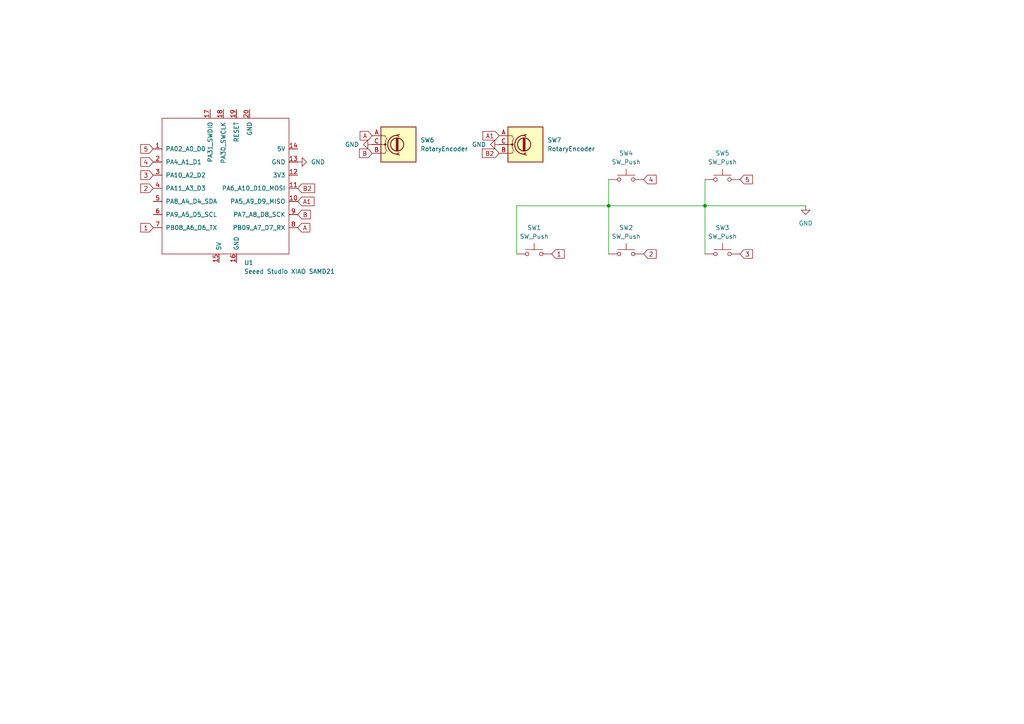
<source format=kicad_sch>
(kicad_sch (version 20231120) (generator "eeschema") (generator_version "8.0")
  (paper "A4")
  (lib_symbols
    (symbol "Device:RotaryEncoder" (pin_names (offset 0.254) hide)
      (property "Reference" "SW" (at 0 6.604 0))
      (property "Value" "RotaryEncoder" (at 0 -6.604 0))
      (symbol "RotaryEncoder_0_1"
        (rectangle (start -5.08 5.08) (end 5.08 -5.08) (stroke (width 0.254)) (fill (type background)))
        (circle (center -3.81 0) (radius 0.254) (fill (type outline)))
        (circle (center -0.381 0) (radius 1.905) (stroke (width 0.254)))
        (arc (start -0.381 2.667) (mid -3.0988 -0.0635) (end -0.381 -2.794) (stroke (width 0.254)))
        (polyline (pts (xy -0.635 -1.778) (xy -0.635 1.778)) (stroke (width 0.254)))
        (polyline (pts (xy -0.381 -1.778) (xy -0.381 1.778)) (stroke (width 0.254)))
        (polyline (pts (xy -0.127 1.778) (xy -0.127 -1.778)) (stroke (width 0.254)))
        (polyline (pts (xy -5.08 -2.54) (xy -3.81 -2.54) (xy -3.81 -2.032)))
        (polyline (pts (xy -5.08 2.54) (xy -3.81 2.54) (xy -3.81 2.032)))
        (polyline (pts (xy 0.254 -3.048) (xy -0.508 -2.794) (xy 0.127 -2.413)) (stroke (width 0.254)))
        (polyline (pts (xy 0.254 2.921) (xy -0.508 2.667) (xy 0.127 2.286)) (stroke (width 0.254)))
        (polyline (pts (xy -5.08 0) (xy -3.81 0) (xy -3.81 -1.016) (xy -3.302 -2.032)))
        (polyline (pts (xy -4.318 0) (xy -3.81 0) (xy -3.81 1.016) (xy -3.302 2.032)))
      )
      (symbol "RotaryEncoder_1_1"
        (pin passive line (at -7.62 2.54 0) (length 2.54) (name "A") (number "A"))
        (pin passive line (at -7.62 -2.54 0) (length 2.54) (name "B") (number "B"))
        (pin passive line (at -7.62 0 0) (length 2.54) (name "C") (number "C"))
      )
    )
    (symbol "Seeed_Studio_XIAO_Series:Seeed Studio XIAO SAMD21" (pin_names (offset 1.016))
      (property "Reference" "U" (at -19.05 22.86 0))
      (property "Value" "Seeed Studio XIAO SAMD21" (at -12.7 21.59 0))
      (symbol "Seeed Studio XIAO SAMD21_0_1"
        (rectangle (start -19.05 20.32) (end 17.78 -19.05))
      )
      (symbol "Seeed Studio XIAO SAMD21_1_1"
        (pin unspecified line (at -21.59 11.43 0) (length 2.54) (name "PA02_A0_D0") (number "1"))
        (pin unspecified line (at 20.32 -3.81 180) (length 2.54) (name "PA5_A9_D9_MISO") (number "10"))
        (pin unspecified line (at 20.32 0 180) (length 2.54) (name "PA6_A10_D10_MOSI") (number "11"))
        (pin unspecified line (at 20.32 3.81 180) (length 2.54) (name "3V3") (number "12"))
        (pin unspecified line (at 20.32 7.62 180) (length 2.54) (name "GND") (number "13"))
        (pin unspecified line (at 20.32 11.43 180) (length 2.54) (name "5V") (number "14"))
        (pin input line (at -2.54 -21.59 90) (length 2.54) (name "5V") (number "15"))
        (pin input line (at 2.54 -21.59 90) (length 2.54) (name "GND") (number "16"))
        (pin input line (at -5.08 22.86 270) (length 2.54) (name "PA31_SWDIO") (number "17"))
        (pin input line (at -1.27 22.86 270) (length 2.54) (name "PA30_SWCLK") (number "18"))
        (pin input line (at 2.54 22.86 270) (length 2.54) (name "RESET") (number "19"))
        (pin unspecified line (at -21.59 7.62 0) (length 2.54) (name "PA4_A1_D1") (number "2"))
        (pin input line (at 6.35 22.86 270) (length 2.54) (name "GND") (number "20"))
        (pin unspecified line (at -21.59 3.81 0) (length 2.54) (name "PA10_A2_D2") (number "3"))
        (pin unspecified line (at -21.59 0 0) (length 2.54) (name "PA11_A3_D3") (number "4"))
        (pin unspecified line (at -21.59 -3.81 0) (length 2.54) (name "PA8_A4_D4_SDA") (number "5"))
        (pin unspecified line (at -21.59 -7.62 0) (length 2.54) (name "PA9_A5_D5_SCL") (number "6"))
        (pin unspecified line (at -21.59 -11.43 0) (length 2.54) (name "PB08_A6_D6_TX") (number "7"))
        (pin unspecified line (at 20.32 -11.43 180) (length 2.54) (name "PB09_A7_D7_RX") (number "8"))
        (pin unspecified line (at 20.32 -7.62 180) (length 2.54) (name "PA7_A8_D8_SCK") (number "9"))
      )
    )
    (symbol "Switch:SW_Push" (pin_numbers hide) (pin_names (offset 1.016) hide)
      (property "Reference" "SW" (at 1.27 2.54 0))
      (property "Value" "SW_Push" (at 0 -1.524 0))
      (symbol "SW_Push_0_1"
        (circle (center -2.032 0) (radius 0.508))
        (polyline (pts (xy 0 1.27) (xy 0 3.048)))
        (polyline (pts (xy 2.54 1.27) (xy -2.54 1.27)))
        (circle (center 2.032 0) (radius 0.508))
        (pin passive line (at -5.08 0 0) (length 2.54) (name "1") (number "1"))
        (pin passive line (at 5.08 0 180) (length 2.54) (name "2") (number "2"))
      )
    )
    (symbol "power:GND" (power) (pin_numbers hide) (pin_names (offset 0) hide)
      (property "Value" "GND" (at 0 -3.81 0))
      (symbol "GND_0_1"
        (polyline (pts (xy 0 0) (xy 0 -1.27) (xy 1.27 -1.27) (xy 0 -2.54) (xy -1.27 -1.27) (xy 0 -1.27)))
      )
      (symbol "GND_1_1"
        (pin power_in line (at 0 0 270) (length 0) (name "~") (number "1"))
      )
    )
  )
  (junction (at 204.47 59.69))
  (junction (at 176.53 59.69))
  (wire (pts (xy 176.53 59.69) (xy 204.47 59.69)))
  (wire (pts (xy 149.86 59.69) (xy 176.53 59.69)))
  (wire (pts (xy 176.53 52.07) (xy 176.53 59.69)))
  (wire (pts (xy 204.47 73.66) (xy 204.47 59.69)))
  (wire (pts (xy 176.53 73.66) (xy 176.53 59.69)))
  (wire (pts (xy 204.47 59.69) (xy 233.68 59.69)))
  (wire (pts (xy 204.47 52.07) (xy 204.47 59.69)))
  (wire (pts (xy 149.86 73.66) (xy 149.86 59.69)))
  (global_label "3" (shape input) (at 44.45 50.8 180) (property "Intersheetrefs" "${INTERSHEET_REFS}" (effects (hide yes))))
  (global_label "B2" (shape input) (at 144.78 44.45 180) (property "Intersheetrefs" "${INTERSHEET_REFS}" (effects (hide yes))))
  (global_label "5" (shape input) (at 44.45 43.18 180) (property "Intersheetrefs" "${INTERSHEET_REFS}" (effects (hide yes))))
  (global_label "A" (shape input) (at 86.36 66.04 0) (property "Intersheetrefs" "${INTERSHEET_REFS}" (effects (hide yes))))
  (global_label "1" (shape input) (at 44.45 66.04 180) (property "Intersheetrefs" "${INTERSHEET_REFS}" (effects (hide yes))))
  (global_label "B" (shape input) (at 107.95 44.45 180) (property "Intersheetrefs" "${INTERSHEET_REFS}" (effects (hide yes))))
  (global_label "5" (shape input) (at 214.63 52.07 0) (property "Intersheetrefs" "${INTERSHEET_REFS}" (effects (hide yes))))
  (global_label "1" (shape input) (at 160.02 73.66 0) (property "Intersheetrefs" "${INTERSHEET_REFS}" (effects (hide yes))))
  (global_label "B" (shape input) (at 86.36 62.23 0) (property "Intersheetrefs" "${INTERSHEET_REFS}" (effects (hide yes))))
  (global_label "A1" (shape input) (at 86.36 58.42 0) (property "Intersheetrefs" "${INTERSHEET_REFS}" (effects (hide yes))))
  (global_label "4" (shape input) (at 44.45 46.99 180) (property "Intersheetrefs" "${INTERSHEET_REFS}" (effects (hide yes))))
  (global_label "4" (shape input) (at 186.69 52.07 0) (property "Intersheetrefs" "${INTERSHEET_REFS}" (effects (hide yes))))
  (global_label "A1" (shape input) (at 144.78 39.37 180) (property "Intersheetrefs" "${INTERSHEET_REFS}" (effects (hide yes))))
  (global_label "3" (shape input) (at 214.63 73.66 0) (property "Intersheetrefs" "${INTERSHEET_REFS}" (effects (hide yes))))
  (global_label "A" (shape input) (at 107.95 39.37 180) (property "Intersheetrefs" "${INTERSHEET_REFS}" (effects (hide yes))))
  (global_label "2" (shape input) (at 186.69 73.66 0) (property "Intersheetrefs" "${INTERSHEET_REFS}" (effects (hide yes))))
  (global_label "B2" (shape input) (at 86.36 54.61 0) (property "Intersheetrefs" "${INTERSHEET_REFS}" (effects (hide yes))))
  (global_label "2" (shape input) (at 44.45 54.61 180) (property "Intersheetrefs" "${INTERSHEET_REFS}" (effects (hide yes))))
  (symbol (lib_id "power:GND") (at 86.36 46.99 90) (unit 1)
    (property "Reference" "#PWR04" (effects (hide yes)))
    (property "Value" "GND" (at 90.17 46.9899 90) (effects (justify right)))
    (property "Description" "Power symbol creates a global label with name \"GND\" , ground" (effects (hide yes)))
  )
  (symbol (lib_id "power:GND") (at 144.78 41.91 270) (unit 1)
    (property "Reference" "#PWR03" (effects (hide yes)))
    (property "Value" "GND" (at 140.97 41.9099 90) (effects (justify right)))
    (property "Description" "Power symbol creates a global label with name \"GND\" , ground" (effects (hide yes)))
  )
  (symbol (lib_id "Seeed_Studio_XIAO_Series:Seeed Studio XIAO SAMD21") (at 66.04 54.61 0) (unit 1)
    (property "Reference" "U1" (at 70.7741 76.2 0) (effects (justify left)))
    (property "Value" "Seeed Studio XIAO SAMD21" (at 70.7741 78.74 0) (effects (justify left)))
    (property "Footprint" "Seeed Studio XIAO Series Library:XIAO-Generic-Thruhole-14P-2.54-21X17.8MM" (effects (hide yes)))
  )
  (symbol (lib_id "Switch:SW_Push") (at 209.55 73.66 0) (unit 1)
    (property "Reference" "SW3" (at 209.55 66.04 0))
    (property "Value" "SW_Push" (at 209.55 68.58 0))
    (property "Footprint" "Button_Switch_Keyboard:SW_Cherry_MX_1.00u_PCB" (effects (hide yes)))
    (property "Description" "Push button switch, generic, two pins" (effects (hide yes)))
  )
  (symbol (lib_id "Switch:SW_Push") (at 154.94 73.66 0) (unit 1)
    (property "Reference" "SW1" (at 154.94 66.04 0))
    (property "Value" "SW_Push" (at 154.94 68.58 0))
    (property "Footprint" "Button_Switch_Keyboard:SW_Cherry_MX_1.00u_PCB" (effects (hide yes)))
    (property "Description" "Push button switch, generic, two pins" (effects (hide yes)))
  )
  (symbol (lib_id "Switch:SW_Push") (at 181.61 52.07 0) (unit 1)
    (property "Reference" "SW4" (at 181.61 44.45 0))
    (property "Value" "SW_Push" (at 181.61 46.99 0))
    (property "Footprint" "Button_Switch_Keyboard:SW_Cherry_MX_1.00u_PCB" (effects (hide yes)))
    (property "Description" "Push button switch, generic, two pins" (effects (hide yes)))
  )
  (symbol (lib_id "Device:RotaryEncoder") (at 152.4 41.91 0) (unit 1)
    (property "Reference" "SW7" (at 158.75 40.6399 0) (effects (justify left)))
    (property "Value" "RotaryEncoder" (at 158.75 43.1799 0) (effects (justify left)))
    (property "Footprint" "Rotary_Encoder:RotaryEncoder_Alps_EC11E-Switch_Vertical_H20mm" (effects (hide yes)))
    (property "Description" "Rotary encoder, dual channel, incremental quadrate outputs" (effects (hide yes)))
  )
  (symbol (lib_id "Device:RotaryEncoder") (at 115.57 41.91 0) (unit 1)
    (property "Reference" "SW6" (at 121.92 40.6399 0) (effects (justify left)))
    (property "Value" "RotaryEncoder" (at 121.92 43.1799 0) (effects (justify left)))
    (property "Footprint" "Rotary_Encoder:RotaryEncoder_Alps_EC11E-Switch_Vertical_H20mm" (effects (hide yes)))
    (property "Description" "Rotary encoder, dual channel, incremental quadrate outputs" (effects (hide yes)))
  )
  (symbol (lib_id "Switch:SW_Push") (at 209.55 52.07 0) (unit 1)
    (property "Reference" "SW5" (at 209.55 44.45 0))
    (property "Value" "SW_Push" (at 209.55 46.99 0))
    (property "Footprint" "Button_Switch_Keyboard:SW_Cherry_MX_1.00u_PCB" (effects (hide yes)))
    (property "Description" "Push button switch, generic, two pins" (effects (hide yes)))
  )
  (symbol (lib_id "Switch:SW_Push") (at 181.61 73.66 0) (unit 1)
    (property "Reference" "SW2" (at 181.61 66.04 0))
    (property "Value" "SW_Push" (at 181.61 68.58 0))
    (property "Footprint" "Button_Switch_Keyboard:SW_Cherry_MX_1.00u_PCB" (effects (hide yes)))
    (property "Description" "Push button switch, generic, two pins" (effects (hide yes)))
  )
  (symbol (lib_id "power:GND") (at 107.95 41.91 270) (unit 1)
    (property "Reference" "#PWR02" (effects (hide yes)))
    (property "Value" "GND" (at 104.14 41.9099 90) (effects (justify right)))
    (property "Description" "Power symbol creates a global label with name \"GND\" , ground" (effects (hide yes)))
  )
  (symbol (lib_id "power:GND") (at 233.68 59.69 0) (unit 1)
    (property "Reference" "#PWR01" (effects (hide yes)))
    (property "Value" "GND" (at 233.68 64.77 0))
    (property "Description" "Power symbol creates a global label with name \"GND\" , ground" (effects (hide yes)))
  )
)
</source>
